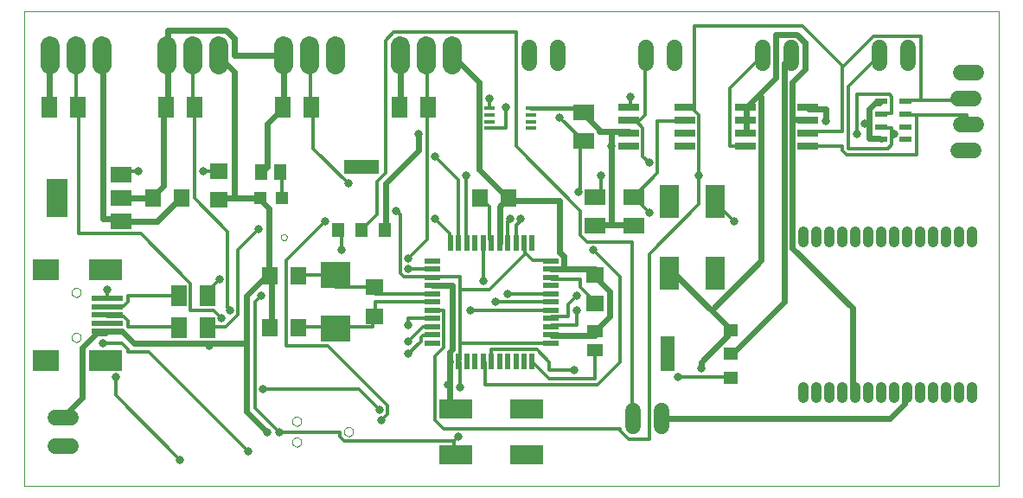
<source format=gtl>
G75*
%MOIN*%
%OFA0B0*%
%FSLAX24Y24*%
%IPPOS*%
%LPD*%
%AMOC8*
5,1,8,0,0,1.08239X$1,22.5*
%
%ADD10C,0.0000*%
%ADD11R,0.0472X0.0472*%
%ADD12R,0.0512X0.0591*%
%ADD13R,0.0709X0.0630*%
%ADD14R,0.0197X0.0591*%
%ADD15R,0.0591X0.0197*%
%ADD16R,0.1250X0.0750*%
%ADD17R,0.0630X0.0709*%
%ADD18R,0.0710X0.0630*%
%ADD19R,0.0630X0.0512*%
%ADD20R,0.1181X0.0984*%
%ADD21R,0.0984X0.0787*%
%ADD22R,0.1299X0.0787*%
%ADD23R,0.1220X0.0197*%
%ADD24R,0.0630X0.0787*%
%ADD25R,0.0790X0.0590*%
%ADD26R,0.0790X0.1500*%
%ADD27R,0.0750X0.1250*%
%ADD28C,0.0600*%
%ADD29R,0.0787X0.0630*%
%ADD30R,0.0800X0.0260*%
%ADD31R,0.0472X0.0197*%
%ADD32R,0.0551X0.0472*%
%ADD33R,0.0551X0.1378*%
%ADD34R,0.0472X0.0551*%
%ADD35R,0.1378X0.0551*%
%ADD36C,0.0740*%
%ADD37R,0.0394X0.0177*%
%ADD38C,0.0413*%
%ADD39C,0.0240*%
%ADD40C,0.0317*%
%ADD41C,0.0120*%
%ADD42C,0.0180*%
D10*
X003100Y002310D02*
X003100Y020606D01*
X040670Y020606D01*
X040670Y002310D01*
X003100Y002310D01*
X004923Y008044D02*
X004925Y008070D01*
X004931Y008096D01*
X004941Y008121D01*
X004954Y008144D01*
X004970Y008164D01*
X004990Y008182D01*
X005012Y008197D01*
X005035Y008209D01*
X005061Y008217D01*
X005087Y008221D01*
X005113Y008221D01*
X005139Y008217D01*
X005165Y008209D01*
X005189Y008197D01*
X005210Y008182D01*
X005230Y008164D01*
X005246Y008144D01*
X005259Y008121D01*
X005269Y008096D01*
X005275Y008070D01*
X005277Y008044D01*
X005275Y008018D01*
X005269Y007992D01*
X005259Y007967D01*
X005246Y007944D01*
X005230Y007924D01*
X005210Y007906D01*
X005188Y007891D01*
X005165Y007879D01*
X005139Y007871D01*
X005113Y007867D01*
X005087Y007867D01*
X005061Y007871D01*
X005035Y007879D01*
X005011Y007891D01*
X004990Y007906D01*
X004970Y007924D01*
X004954Y007944D01*
X004941Y007967D01*
X004931Y007992D01*
X004925Y008018D01*
X004923Y008044D01*
X004923Y009776D02*
X004925Y009802D01*
X004931Y009828D01*
X004941Y009853D01*
X004954Y009876D01*
X004970Y009896D01*
X004990Y009914D01*
X005012Y009929D01*
X005035Y009941D01*
X005061Y009949D01*
X005087Y009953D01*
X005113Y009953D01*
X005139Y009949D01*
X005165Y009941D01*
X005189Y009929D01*
X005210Y009914D01*
X005230Y009896D01*
X005246Y009876D01*
X005259Y009853D01*
X005269Y009828D01*
X005275Y009802D01*
X005277Y009776D01*
X005275Y009750D01*
X005269Y009724D01*
X005259Y009699D01*
X005246Y009676D01*
X005230Y009656D01*
X005210Y009638D01*
X005188Y009623D01*
X005165Y009611D01*
X005139Y009603D01*
X005113Y009599D01*
X005087Y009599D01*
X005061Y009603D01*
X005035Y009611D01*
X005011Y009623D01*
X004990Y009638D01*
X004970Y009656D01*
X004954Y009676D01*
X004941Y009699D01*
X004931Y009724D01*
X004925Y009750D01*
X004923Y009776D01*
X012982Y011910D02*
X012984Y011931D01*
X012990Y011951D01*
X012999Y011971D01*
X013011Y011988D01*
X013026Y012002D01*
X013044Y012014D01*
X013064Y012022D01*
X013084Y012027D01*
X013105Y012028D01*
X013126Y012025D01*
X013146Y012019D01*
X013165Y012008D01*
X013182Y011995D01*
X013195Y011979D01*
X013206Y011961D01*
X013214Y011941D01*
X013218Y011921D01*
X013218Y011899D01*
X013214Y011879D01*
X013206Y011859D01*
X013195Y011841D01*
X013182Y011825D01*
X013165Y011812D01*
X013146Y011801D01*
X013126Y011795D01*
X013105Y011792D01*
X013084Y011793D01*
X013064Y011798D01*
X013044Y011806D01*
X013026Y011818D01*
X013011Y011832D01*
X012999Y011849D01*
X012990Y011869D01*
X012984Y011889D01*
X012982Y011910D01*
X013425Y004810D02*
X013427Y004836D01*
X013433Y004862D01*
X013442Y004886D01*
X013455Y004909D01*
X013472Y004929D01*
X013491Y004947D01*
X013513Y004962D01*
X013536Y004973D01*
X013561Y004981D01*
X013587Y004985D01*
X013613Y004985D01*
X013639Y004981D01*
X013664Y004973D01*
X013688Y004962D01*
X013709Y004947D01*
X013728Y004929D01*
X013745Y004909D01*
X013758Y004886D01*
X013767Y004862D01*
X013773Y004836D01*
X013775Y004810D01*
X013773Y004784D01*
X013767Y004758D01*
X013758Y004734D01*
X013745Y004711D01*
X013728Y004691D01*
X013709Y004673D01*
X013687Y004658D01*
X013664Y004647D01*
X013639Y004639D01*
X013613Y004635D01*
X013587Y004635D01*
X013561Y004639D01*
X013536Y004647D01*
X013512Y004658D01*
X013491Y004673D01*
X013472Y004691D01*
X013455Y004711D01*
X013442Y004734D01*
X013433Y004758D01*
X013427Y004784D01*
X013425Y004810D01*
X013425Y004010D02*
X013427Y004036D01*
X013433Y004062D01*
X013442Y004086D01*
X013455Y004109D01*
X013472Y004129D01*
X013491Y004147D01*
X013513Y004162D01*
X013536Y004173D01*
X013561Y004181D01*
X013587Y004185D01*
X013613Y004185D01*
X013639Y004181D01*
X013664Y004173D01*
X013688Y004162D01*
X013709Y004147D01*
X013728Y004129D01*
X013745Y004109D01*
X013758Y004086D01*
X013767Y004062D01*
X013773Y004036D01*
X013775Y004010D01*
X013773Y003984D01*
X013767Y003958D01*
X013758Y003934D01*
X013745Y003911D01*
X013728Y003891D01*
X013709Y003873D01*
X013687Y003858D01*
X013664Y003847D01*
X013639Y003839D01*
X013613Y003835D01*
X013587Y003835D01*
X013561Y003839D01*
X013536Y003847D01*
X013512Y003858D01*
X013491Y003873D01*
X013472Y003891D01*
X013455Y003911D01*
X013442Y003934D01*
X013433Y003958D01*
X013427Y003984D01*
X013425Y004010D01*
X015425Y004410D02*
X015427Y004436D01*
X015433Y004462D01*
X015442Y004486D01*
X015455Y004509D01*
X015472Y004529D01*
X015491Y004547D01*
X015513Y004562D01*
X015536Y004573D01*
X015561Y004581D01*
X015587Y004585D01*
X015613Y004585D01*
X015639Y004581D01*
X015664Y004573D01*
X015688Y004562D01*
X015709Y004547D01*
X015728Y004529D01*
X015745Y004509D01*
X015758Y004486D01*
X015767Y004462D01*
X015773Y004436D01*
X015775Y004410D01*
X015773Y004384D01*
X015767Y004358D01*
X015758Y004334D01*
X015745Y004311D01*
X015728Y004291D01*
X015709Y004273D01*
X015687Y004258D01*
X015664Y004247D01*
X015639Y004239D01*
X015613Y004235D01*
X015587Y004235D01*
X015561Y004239D01*
X015536Y004247D01*
X015512Y004258D01*
X015491Y004273D01*
X015472Y004291D01*
X015455Y004311D01*
X015442Y004334D01*
X015433Y004358D01*
X015427Y004384D01*
X015425Y004410D01*
D11*
X013013Y013410D03*
X012187Y013410D03*
D12*
X012226Y014410D03*
X012974Y014410D03*
D13*
X010600Y014461D03*
X010600Y013359D03*
X025100Y010461D03*
X025100Y009359D03*
D14*
X022675Y007127D03*
X022360Y007127D03*
X022045Y007127D03*
X021730Y007127D03*
X021415Y007127D03*
X021100Y007127D03*
X020785Y007127D03*
X020470Y007127D03*
X020155Y007127D03*
X019840Y007127D03*
X019525Y007127D03*
X019525Y011694D03*
X019840Y011694D03*
X020155Y011694D03*
X020470Y011694D03*
X020785Y011694D03*
X021100Y011694D03*
X021415Y011694D03*
X021730Y011694D03*
X022045Y011694D03*
X022360Y011694D03*
X022675Y011694D03*
D15*
X023383Y010985D03*
X023383Y010670D03*
X023383Y010355D03*
X023383Y010040D03*
X023383Y009725D03*
X023383Y009410D03*
X023383Y009095D03*
X023383Y008780D03*
X023383Y008465D03*
X023383Y008150D03*
X023383Y007835D03*
X018817Y007835D03*
X018817Y008150D03*
X018817Y008465D03*
X018817Y008780D03*
X018817Y009095D03*
X018817Y009410D03*
X018817Y009725D03*
X018817Y010040D03*
X018817Y010355D03*
X018817Y010670D03*
X018817Y010985D03*
D16*
X019725Y005285D03*
X019725Y003535D03*
X022475Y003535D03*
X022475Y005285D03*
D17*
X013651Y008410D03*
X012549Y008410D03*
X012549Y010410D03*
X013651Y010410D03*
X009151Y013410D03*
X008049Y013410D03*
X020674Y013410D03*
X021776Y013410D03*
D18*
X016600Y009970D03*
X016600Y008850D03*
D19*
X025100Y008284D03*
X025100Y007536D03*
D20*
X015100Y008400D03*
X015100Y010459D03*
D21*
X003919Y010662D03*
X003919Y007158D03*
D22*
X006242Y007158D03*
X006242Y010662D03*
D23*
X006281Y009540D03*
X006281Y009225D03*
X006281Y008910D03*
X006281Y008595D03*
X006281Y008280D03*
D24*
X009049Y008410D03*
X010151Y008410D03*
X010151Y009660D03*
X009049Y009660D03*
X008549Y016910D03*
X009651Y016910D03*
X013049Y016910D03*
X014151Y016910D03*
X017549Y016910D03*
X018651Y016910D03*
X005151Y016910D03*
X004049Y016910D03*
D25*
X006840Y014320D03*
X006840Y013420D03*
X006840Y012520D03*
D26*
X004360Y013410D03*
D27*
X027975Y013285D03*
X029725Y013285D03*
X029725Y010535D03*
X027975Y010535D03*
D28*
X027650Y005210D02*
X027650Y004610D01*
X026550Y004610D02*
X026550Y005210D01*
X039080Y015250D02*
X039680Y015250D01*
X039780Y016250D02*
X039180Y016250D01*
X039080Y017250D02*
X039680Y017250D01*
X039780Y018250D02*
X039180Y018250D01*
X037150Y018610D02*
X037150Y019210D01*
X036050Y019210D02*
X036050Y018610D01*
X032650Y018610D02*
X032650Y019210D01*
X031550Y019210D02*
X031550Y018610D01*
X028150Y018610D02*
X028150Y019210D01*
X027050Y019210D02*
X027050Y018610D01*
X023650Y018610D02*
X023650Y019210D01*
X022550Y019210D02*
X022550Y018610D01*
X004900Y004960D02*
X004300Y004960D01*
X004300Y003860D02*
X004900Y003860D01*
D29*
X024660Y015619D03*
X024660Y016721D03*
X025100Y013461D03*
X025100Y012359D03*
X026600Y012359D03*
X026600Y013461D03*
D30*
X026390Y015410D03*
X026390Y015910D03*
X026390Y016410D03*
X026390Y016910D03*
X028560Y016910D03*
X028560Y016410D03*
X028560Y015910D03*
X028560Y015410D03*
X030890Y015410D03*
X030890Y015910D03*
X030890Y016410D03*
X030890Y016910D03*
X033310Y016910D03*
X033310Y016410D03*
X033310Y015910D03*
X033310Y015410D03*
D31*
X036128Y015672D03*
X036128Y016164D03*
X036128Y016656D03*
X036128Y017148D03*
X037072Y017148D03*
X037072Y016656D03*
X037072Y016164D03*
X037072Y015672D03*
D32*
X030320Y008320D03*
X030320Y007410D03*
X030320Y006500D03*
D33*
X027880Y007410D03*
D34*
X017010Y012190D03*
X016100Y012190D03*
X015190Y012190D03*
D35*
X016100Y014630D03*
D36*
X015100Y018540D02*
X015100Y019280D01*
X014100Y019280D02*
X014100Y018540D01*
X013100Y018540D02*
X013100Y019280D01*
X010600Y019280D02*
X010600Y018540D01*
X009600Y018540D02*
X009600Y019280D01*
X008600Y019280D02*
X008600Y018540D01*
X006100Y018540D02*
X006100Y019280D01*
X005100Y019280D02*
X005100Y018540D01*
X004100Y018540D02*
X004100Y019280D01*
X017600Y019280D02*
X017600Y018540D01*
X018600Y018540D02*
X018600Y019280D01*
X019600Y019280D02*
X019600Y018540D01*
D37*
X021013Y016874D03*
X021013Y016618D03*
X021013Y016362D03*
X021013Y016106D03*
X022627Y016106D03*
X022627Y016362D03*
X022627Y016618D03*
X022627Y016874D03*
D38*
X033115Y012132D02*
X033115Y011719D01*
X033615Y011719D02*
X033615Y012132D01*
X034115Y012132D02*
X034115Y011719D01*
X034615Y011719D02*
X034615Y012132D01*
X035115Y012132D02*
X035115Y011719D01*
X035615Y011719D02*
X035615Y012132D01*
X036115Y012132D02*
X036115Y011719D01*
X036615Y011719D02*
X036615Y012132D01*
X037115Y012132D02*
X037115Y011719D01*
X037615Y011719D02*
X037615Y012132D01*
X038115Y012132D02*
X038115Y011719D01*
X038615Y011719D02*
X038615Y012132D01*
X039115Y012132D02*
X039115Y011719D01*
X039615Y011719D02*
X039615Y012132D01*
X039615Y006132D02*
X039615Y005719D01*
X039115Y005719D02*
X039115Y006132D01*
X038615Y006132D02*
X038615Y005719D01*
X038115Y005719D02*
X038115Y006132D01*
X037615Y006132D02*
X037615Y005719D01*
X037115Y005719D02*
X037115Y006132D01*
X036615Y006132D02*
X036615Y005719D01*
X036115Y005719D02*
X036115Y006132D01*
X035615Y006132D02*
X035615Y005719D01*
X035115Y005719D02*
X035115Y006132D01*
X034615Y006132D02*
X034615Y005719D01*
X034115Y005719D02*
X034115Y006132D01*
X033615Y006132D02*
X033615Y005719D01*
X033115Y005719D02*
X033115Y006132D01*
D39*
X035020Y006050D02*
X035020Y009170D01*
X032700Y011490D01*
X032700Y016450D01*
X032700Y017890D01*
X033180Y018370D01*
X033180Y019410D01*
X032860Y019730D01*
X032060Y019730D01*
X032060Y018050D01*
X031420Y017410D01*
X031500Y017330D01*
X031500Y011010D01*
X029580Y009090D01*
X030300Y008370D01*
X030320Y008320D01*
X030300Y008210D01*
X029180Y007090D01*
X029180Y006850D01*
X030320Y007410D02*
X030380Y007410D01*
X032380Y009410D01*
X032380Y018610D01*
X032620Y018850D01*
X032650Y018910D01*
X031420Y017410D02*
X030940Y016930D01*
X030890Y016910D01*
X030940Y016850D01*
X030940Y016450D01*
X030890Y016410D01*
X030940Y016370D01*
X030940Y015970D01*
X030890Y015910D01*
X032700Y016450D02*
X033260Y016450D01*
X033310Y016410D01*
X033340Y016850D02*
X033310Y016910D01*
X033340Y016850D02*
X033980Y016850D01*
X033980Y016370D01*
X035500Y016290D02*
X035660Y016290D01*
X035660Y015730D01*
X036060Y015730D01*
X036128Y015672D01*
X035660Y016290D02*
X035660Y016850D01*
X035900Y017090D01*
X036060Y017090D01*
X036128Y017148D01*
X028140Y010530D02*
X027980Y010530D01*
X027975Y010535D01*
X028140Y010530D02*
X029580Y009090D01*
X025660Y008850D02*
X025660Y009810D01*
X025100Y010370D01*
X025100Y010461D01*
X025100Y010690D01*
X023900Y010690D01*
X023900Y011170D01*
X023740Y011330D01*
X023740Y013330D01*
X021820Y013330D01*
X021776Y013410D01*
X021660Y013490D01*
X020620Y014530D01*
X020620Y017890D01*
X019600Y018910D01*
X017600Y018910D02*
X017580Y018850D01*
X017580Y016930D01*
X017549Y016910D01*
X018300Y015890D02*
X018300Y015250D01*
X017020Y013970D01*
X017020Y012210D01*
X017010Y012190D01*
X018817Y010040D02*
X018860Y010050D01*
X019580Y010050D01*
X019580Y007570D01*
X019500Y007490D01*
X019500Y007170D01*
X019525Y007127D01*
X019500Y007090D01*
X019500Y006210D01*
X019420Y006210D01*
X019500Y006210D02*
X019500Y005490D01*
X019660Y005330D01*
X019725Y005285D01*
X023383Y008150D02*
X023420Y008130D01*
X025100Y008130D01*
X025100Y008284D01*
X025180Y008370D01*
X025660Y008850D01*
X023900Y010690D02*
X023420Y010690D01*
X023383Y010670D01*
X021415Y011694D02*
X021420Y011730D01*
X021420Y013090D01*
X021740Y013410D01*
X021776Y013410D01*
X025100Y012370D02*
X025100Y012359D01*
X025100Y012370D02*
X025740Y012370D01*
X025740Y015410D01*
X025740Y015970D01*
X026380Y015970D01*
X026390Y015910D01*
X025740Y015970D02*
X025260Y015970D01*
X025260Y016050D01*
X024700Y016610D01*
X024660Y016721D01*
X024620Y016770D01*
X024620Y016930D01*
X025740Y012370D02*
X026540Y012370D01*
X026600Y012359D01*
X035020Y006050D02*
X035100Y005970D01*
X035115Y005925D01*
X036460Y004930D02*
X027660Y004930D01*
X027650Y004910D01*
X036460Y004930D02*
X037020Y005490D01*
X037020Y005810D01*
X037100Y005890D01*
X037115Y005925D01*
X013100Y017010D02*
X013049Y016910D01*
X013020Y016850D01*
X012460Y016290D01*
X012460Y014610D01*
X012300Y014450D01*
X012226Y014410D01*
X012187Y013410D02*
X011180Y013410D01*
X011180Y018290D01*
X010620Y018850D01*
X010600Y018910D01*
X011180Y018930D02*
X011180Y019570D01*
X010860Y019890D01*
X008620Y019890D01*
X008620Y019010D01*
X008600Y018910D01*
X008620Y018850D01*
X008620Y016930D01*
X008549Y016910D01*
X008460Y016850D01*
X008460Y013890D01*
X008060Y013490D01*
X008049Y013410D01*
X006860Y013410D01*
X006840Y013420D01*
X006780Y012610D02*
X006140Y012610D01*
X006140Y018850D01*
X006100Y018910D01*
X004100Y018910D02*
X004060Y018850D01*
X004060Y016930D01*
X004049Y016910D01*
X008220Y012530D02*
X009100Y013410D01*
X009151Y013410D01*
X008220Y012530D02*
X006860Y012530D01*
X006840Y012520D01*
X006780Y012610D01*
X010600Y013359D02*
X010620Y013410D01*
X011180Y013410D01*
X012187Y013410D02*
X012220Y013330D01*
X012540Y013010D01*
X012540Y010530D01*
X012549Y010410D01*
X012460Y010450D01*
X011660Y009650D01*
X011660Y007810D01*
X011660Y005170D01*
X012460Y004370D01*
X011660Y007810D02*
X010220Y007810D01*
X010220Y007730D01*
X010220Y007810D02*
X007340Y007810D01*
X006860Y008290D01*
X006380Y008290D01*
X006281Y008280D01*
X006220Y008210D01*
X005900Y008210D01*
X005340Y007650D01*
X005340Y005730D01*
X004620Y005010D01*
X004600Y004960D01*
X012549Y008410D02*
X012620Y008450D01*
X012620Y010370D01*
X012549Y010410D01*
X013100Y017010D02*
X013100Y018910D01*
X013020Y018930D01*
X011180Y018930D01*
D40*
X009980Y014450D03*
X007500Y014450D03*
X012140Y012210D03*
X010620Y010290D03*
X011020Y009090D03*
X010700Y008770D03*
X010220Y007730D03*
X012300Y006050D03*
X012460Y004370D03*
X012940Y004370D03*
X011740Y003650D03*
X009100Y003330D03*
X006620Y006530D03*
X006140Y007810D03*
X006300Y009890D03*
X012220Y009650D03*
X015340Y011410D03*
X014700Y012530D03*
X015580Y013970D03*
X017420Y012930D03*
X018940Y012610D03*
X020140Y014290D03*
X018940Y015010D03*
X018300Y015890D03*
X021020Y017250D03*
X021660Y016930D03*
X023740Y016530D03*
X025740Y015410D03*
X025340Y014290D03*
X024460Y013650D03*
X022220Y012610D03*
X021820Y012610D03*
X025020Y011410D03*
X024380Y009650D03*
X024380Y009090D03*
X021740Y009730D03*
X021260Y009410D03*
X020780Y010210D03*
X020300Y009090D03*
X017900Y008530D03*
X017900Y007890D03*
X017900Y007410D03*
X019420Y006210D03*
X019900Y006130D03*
X019820Y004210D03*
X016860Y004850D03*
X016780Y005250D03*
X017900Y010690D03*
X017900Y011090D03*
X024300Y006770D03*
X028300Y006530D03*
X029180Y006850D03*
X030460Y012530D03*
X029100Y014290D03*
X027180Y014770D03*
X027180Y012850D03*
X026460Y017330D03*
X033980Y016370D03*
X035180Y015890D03*
X035500Y016290D03*
X036620Y015890D03*
D41*
X036540Y015890D01*
X036540Y016130D01*
X036140Y016130D01*
X036128Y016164D01*
X036540Y015890D02*
X036540Y015490D01*
X036380Y015330D01*
X034860Y015330D01*
X034860Y017730D01*
X035980Y018850D01*
X036050Y018910D01*
X035820Y019650D02*
X037660Y019650D01*
X037660Y017170D01*
X037100Y017170D01*
X037072Y017148D01*
X037072Y016656D02*
X037100Y016610D01*
X037500Y016610D01*
X037500Y015090D01*
X034780Y015090D01*
X034620Y015250D01*
X034620Y015410D01*
X033310Y015410D01*
X033310Y015910D02*
X033340Y015970D01*
X034620Y015970D01*
X034620Y018450D01*
X034660Y018490D01*
X033100Y020050D01*
X028940Y020050D01*
X028940Y016850D01*
X028560Y016910D01*
X028620Y016850D01*
X028860Y016850D01*
X029100Y016610D01*
X029100Y014290D01*
X029100Y013170D01*
X027180Y011250D01*
X027180Y004130D01*
X026380Y004130D01*
X026060Y004450D01*
X026060Y004530D01*
X019260Y004530D01*
X018940Y004850D01*
X018940Y007330D01*
X019260Y007650D01*
X019260Y009090D01*
X018860Y009090D01*
X018817Y009095D01*
X018817Y008780D02*
X018780Y008770D01*
X017900Y008770D01*
X017900Y008530D01*
X018460Y008450D02*
X018780Y008450D01*
X018817Y008465D01*
X018817Y008150D02*
X018780Y008130D01*
X018460Y008130D01*
X018380Y008050D01*
X018380Y007890D01*
X017900Y007410D01*
X017900Y007890D02*
X018460Y008450D01*
X018817Y009410D02*
X016620Y009410D01*
X016620Y008930D01*
X016600Y008850D01*
X016540Y008850D01*
X016540Y008450D01*
X015100Y008450D01*
X015100Y008400D01*
X015100Y008450D02*
X013660Y008450D01*
X013651Y008410D01*
X013180Y007730D02*
X013180Y011010D01*
X014700Y012530D01*
X015190Y012190D02*
X015260Y012130D01*
X015340Y012050D01*
X015340Y011410D01*
X015100Y010459D02*
X015100Y010450D01*
X015100Y009970D01*
X016540Y009970D01*
X016600Y009970D01*
X016620Y009890D01*
X016620Y009730D01*
X018780Y009730D01*
X018817Y009725D01*
X018817Y010355D02*
X018780Y010370D01*
X017740Y010370D01*
X017580Y010530D01*
X017580Y012770D01*
X017420Y012930D01*
X016700Y012770D02*
X016700Y014050D01*
X017020Y014370D01*
X017020Y019490D01*
X017340Y019810D01*
X022060Y019810D01*
X022060Y015410D01*
X024540Y012930D01*
X024540Y011970D01*
X024780Y011730D01*
X026540Y011730D01*
X026540Y004930D01*
X026550Y004910D01*
X025180Y006210D02*
X020860Y006210D01*
X020860Y007090D01*
X020785Y007127D01*
X021100Y007127D02*
X021100Y007570D01*
X022860Y007570D01*
X023340Y007090D01*
X023340Y006770D01*
X024300Y006770D01*
X025100Y006450D02*
X025100Y007536D01*
X026060Y007090D02*
X025180Y006210D01*
X025100Y006450D02*
X023340Y006450D01*
X022700Y007090D01*
X022675Y007127D01*
X023340Y007810D02*
X023383Y007835D01*
X023340Y007810D02*
X019900Y007810D01*
X019900Y009890D01*
X021020Y009890D01*
X022420Y011290D01*
X022380Y011330D01*
X022380Y011650D01*
X022360Y011694D01*
X022060Y011730D02*
X022045Y011694D01*
X022060Y011730D02*
X022060Y012370D01*
X022220Y012530D01*
X022220Y012610D01*
X021820Y012610D02*
X021740Y012530D01*
X021740Y011730D01*
X021730Y011694D01*
X022420Y011290D02*
X022700Y011010D01*
X023340Y011010D01*
X023383Y010985D01*
X023383Y010355D02*
X023420Y010290D01*
X024540Y010290D01*
X024540Y009970D01*
X025100Y009410D01*
X025100Y009359D01*
X024380Y009090D02*
X024380Y008530D01*
X023420Y008530D01*
X023383Y008465D01*
X023383Y008780D02*
X023420Y008850D01*
X024060Y008850D01*
X024060Y009330D01*
X024380Y009650D01*
X023383Y009725D02*
X023340Y009730D01*
X021740Y009730D01*
X021260Y009410D02*
X023383Y009410D01*
X023383Y009095D02*
X023340Y009090D01*
X020300Y009090D01*
X019900Y009890D02*
X019900Y010370D01*
X018860Y010370D01*
X018817Y010355D01*
X018817Y010670D02*
X018780Y010690D01*
X017900Y010690D01*
X017900Y011090D02*
X018620Y011810D01*
X018620Y016850D01*
X018651Y016910D01*
X018620Y016930D01*
X018620Y018850D01*
X018600Y018910D01*
X021020Y017250D02*
X021020Y016930D01*
X021013Y016874D01*
X021660Y016930D02*
X021660Y016130D01*
X021020Y016130D01*
X021013Y016106D01*
X019820Y014130D02*
X018940Y015010D01*
X019820Y014130D02*
X019820Y011730D01*
X019840Y011694D01*
X020140Y011730D02*
X020155Y011694D01*
X020140Y011730D02*
X020140Y014290D01*
X020674Y013410D02*
X020700Y013410D01*
X021020Y013090D01*
X021020Y011810D01*
X021100Y011730D01*
X021100Y011694D01*
X020785Y011694D02*
X020780Y011650D01*
X020780Y010210D01*
X019525Y011694D02*
X019500Y011730D01*
X019500Y012050D01*
X018940Y012610D01*
X016700Y012770D02*
X016140Y012210D01*
X016100Y012190D01*
X015100Y010450D02*
X013660Y010450D01*
X013651Y010410D01*
X012220Y009650D02*
X011980Y009410D01*
X011980Y005330D01*
X012940Y004370D01*
X015260Y004370D01*
X015260Y004210D01*
X015420Y004050D01*
X019660Y004050D01*
X019820Y004210D01*
X019660Y004050D02*
X019660Y003570D01*
X019725Y003535D01*
X017100Y005090D02*
X017100Y005410D01*
X014780Y007730D01*
X013180Y007730D01*
X011340Y008930D02*
X010860Y008450D01*
X010220Y008450D01*
X010151Y008410D01*
X010700Y008770D02*
X010380Y009090D01*
X009500Y009090D01*
X009500Y010130D01*
X007580Y012050D01*
X005180Y012050D01*
X005180Y016850D01*
X005151Y016910D01*
X005100Y016930D01*
X005100Y018910D01*
X009580Y018850D02*
X009580Y016930D01*
X009651Y016910D01*
X009660Y016850D01*
X009660Y013410D01*
X010940Y012130D01*
X010940Y009170D01*
X011020Y009090D01*
X011340Y008930D02*
X011340Y011410D01*
X012140Y012210D01*
X013013Y013410D02*
X013020Y013410D01*
X013020Y014370D01*
X012974Y014410D01*
X014220Y015330D02*
X014220Y016850D01*
X014151Y016910D01*
X014140Y016930D01*
X014140Y018850D01*
X014100Y018910D01*
X014220Y015330D02*
X015580Y013970D01*
X010620Y010290D02*
X010220Y009890D01*
X010220Y009730D01*
X010151Y009660D01*
X009049Y009660D02*
X009020Y009650D01*
X007100Y009650D01*
X007100Y009410D01*
X006940Y009250D01*
X006300Y009250D01*
X006281Y009225D01*
X006281Y008910D02*
X006300Y008850D01*
X006940Y008850D01*
X007100Y008690D01*
X007100Y008450D01*
X009020Y008450D01*
X009049Y008410D01*
X007900Y007490D02*
X007100Y007490D01*
X007100Y007570D01*
X006860Y007810D01*
X006140Y007810D01*
X006620Y006530D02*
X006620Y005810D01*
X009100Y003330D01*
X011740Y003650D02*
X007900Y007490D01*
X006281Y009540D02*
X006300Y009570D01*
X006300Y009890D01*
X006840Y014320D02*
X006860Y014370D01*
X006860Y014450D01*
X007500Y014450D01*
X009980Y014450D02*
X010540Y014450D01*
X010600Y014461D01*
X009580Y018850D02*
X009600Y018910D01*
X023740Y016530D02*
X024620Y015650D01*
X024660Y015619D01*
X024540Y015650D01*
X024540Y013730D01*
X024460Y013650D01*
X025100Y013490D02*
X025100Y013461D01*
X025100Y013490D02*
X025340Y013730D01*
X025340Y014290D01*
X026600Y013461D02*
X026620Y013490D01*
X027500Y014370D01*
X027500Y016370D01*
X028540Y016370D01*
X028560Y016410D01*
X027020Y016610D02*
X027020Y018850D01*
X027050Y018910D01*
X026460Y017330D02*
X026460Y016930D01*
X026390Y016910D01*
X026390Y016410D02*
X026780Y016370D01*
X027020Y016610D01*
X026700Y016370D02*
X026460Y016370D01*
X026390Y016410D01*
X026700Y016370D02*
X026940Y016130D01*
X026940Y015010D01*
X027180Y014770D01*
X026600Y013461D02*
X026620Y013410D01*
X027180Y012850D01*
X029725Y013285D02*
X029740Y013250D01*
X030460Y012530D01*
X030300Y015410D02*
X030300Y017650D01*
X031500Y018850D01*
X031550Y018910D01*
X034660Y018490D02*
X035820Y019650D01*
X035180Y017410D02*
X035180Y015890D01*
X036128Y016656D02*
X036140Y016690D01*
X036540Y016690D01*
X036540Y017330D01*
X036460Y017410D01*
X035180Y017410D01*
X037500Y016610D02*
X039420Y016610D01*
X039420Y016290D01*
X039480Y016250D01*
X039340Y017170D02*
X039340Y017250D01*
X039380Y017250D01*
X039340Y017170D02*
X037660Y017170D01*
X030890Y015410D02*
X030300Y015410D01*
X026060Y010370D02*
X025020Y011410D01*
X026060Y010370D02*
X026060Y007090D01*
X028300Y006530D02*
X030300Y006530D01*
X030320Y006500D01*
X019900Y006130D02*
X019900Y007090D01*
X019840Y007127D01*
X019900Y007170D01*
X019900Y007810D01*
X017100Y005090D02*
X016860Y004850D01*
X016780Y005250D02*
X015980Y006050D01*
X012300Y006050D01*
D42*
X022627Y016874D02*
X024564Y016874D01*
X024620Y016930D01*
M02*

</source>
